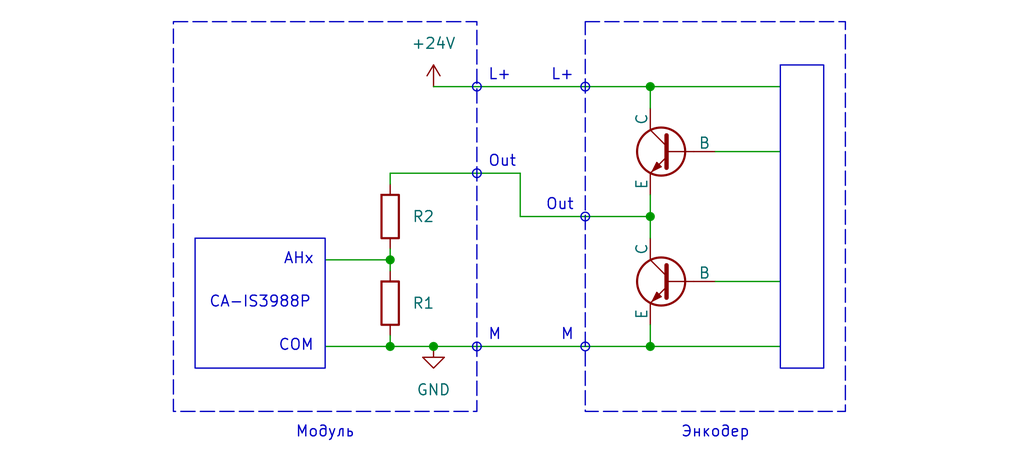
<source format=kicad_sch>
(kicad_sch (version 20250114) (generator "eeschema") (generator_version "9.0")
  (paper "User" 120 55)
  (lib_symbols
    (symbol "Device:R" (pin_numbers (hide yes)) (pin_names (offset 0))
      (property "Reference" "R" (at 2.032 0 90))
      (property "Value" "R" (at 0 0 90))
      (symbol "R_0_1"
        (rectangle (start -1.016 -2.54) (end 1.016 2.54) (stroke (width 0.254)))
      )
      (symbol "R_1_1"
        (pin passive line (at 0 3.81 270) (length 1.27) (name "~") (number "1"))
        (pin passive line (at 0 -3.81 90) (length 1.27) (name "~") (number "2"))
      )
    )
    (symbol "Transistor_BJT:BC107" (pin_numbers (hide yes)) (pin_names (offset 0))
      (property "Reference" "Q" (at 5.08 1.905 0))
      (property "Value" "BC107" (at 5.08 0 0))
      (symbol "BC107_0_1"
        (polyline (pts (xy -2.54 0) (xy 0.635 0)))
        (polyline (pts (xy 0.635 1.905) (xy 0.635 -1.905)) (stroke (width 0.508)))
        (circle (center 1.27 0) (radius 2.8194) (stroke (width 0.254)))
      )
      (symbol "BC107_1_1"
        (polyline (pts (xy 0.635 0.635) (xy 2.54 2.54)))
        (polyline (pts (xy 0.635 -0.635) (xy 2.54 -2.54)))
        (polyline (pts (xy 1.27 -1.778) (xy 1.778 -1.27) (xy 2.286 -2.286) (xy 1.27 -1.778)) (fill (type outline)))
        (pin input line (at -5.08 0 0) (length 2.54) (name "B") (number "2"))
        (pin passive line (at 2.54 5.08 270) (length 2.54) (name "C") (number "3"))
        (pin passive line (at 2.54 -5.08 90) (length 2.54) (name "E") (number "1"))
      )
    )
    (symbol "power:+24V" (power) (pin_numbers (hide yes)) (pin_names (offset 0) (hide yes))
      (property "Value" "+24V" (at 0 3.556 0))
      (symbol "+24V_0_1"
        (polyline (pts (xy -0.762 1.27) (xy 0 2.54)))
        (polyline (pts (xy 0 2.54) (xy 0.762 1.27)))
        (polyline (pts (xy 0 0) (xy 0 2.54)))
      )
      (symbol "+24V_1_1"
        (pin power_in line (at 0 0 90) (length 0) (name "~") (number "1"))
      )
    )
    (symbol "power:GND" (power) (pin_numbers (hide yes)) (pin_names (offset 0) (hide yes))
      (property "Value" "GND" (at 0 -3.81 0))
      (symbol "GND_0_1"
        (polyline (pts (xy 0 0) (xy 0 -1.27) (xy 1.27 -1.27) (xy 0 -2.54) (xy -1.27 -1.27) (xy 0 -1.27)))
      )
      (symbol "GND_1_1"
        (pin power_in line (at 0 0 270) (length 0) (name "~") (number "1"))
      )
    )
  )
  (circle (center 68.58 25.4) (radius 0.508) (fill (type color)))
  (circle (center 68.58 40.64) (radius 0.508) (fill (type color)))
  (circle (center 55.88 20.32) (radius 0.508) (fill (type color)))
  (circle (center 55.88 10.16) (radius 0.508) (fill (type color)))
  (rectangle (start 22.86 27.94) (end 38.1 43.18))
  (circle (center 55.88 40.64) (radius 0.508) (fill (type color)))
  (circle (center 68.58 10.16) (radius 0.508) (fill (type color)))
  (rectangle (start 91.44 7.62) (end 96.52 43.18))
  (rectangle (start 68.58 2.54) (end 99.06 48.26) (stroke (width 0) (type dash)))
  (rectangle (start 20.32 2.54) (end 55.88 48.26) (stroke (width 0) (type dash)))
  (text "AHx" (at 36.83 30.48 0) (effects (font (size 1.27 1.27)) (justify right)))
  (text "Out" (at 57.15 19.05 0) (effects (font (size 1.27 1.27)) (justify left)))
  (text "M" (at 67.31 39.37 0) (effects (font (size 1.27 1.27)) (justify right)))
  (text "Модуль" (at 38.1 50.8 0) (effects (font (size 1.27 1.27))))
  (text "L+" (at 67.31 8.89 0) (effects (font (size 1.27 1.27)) (justify right)))
  (text "CA-IS3988P" (at 30.48 35.56 0) (effects (font (size 1.27 1.27))))
  (text "L+" (at 57.15 8.89 0) (effects (font (size 1.27 1.27)) (justify left)))
  (text "M" (at 57.15 39.37 0) (effects (font (size 1.27 1.27)) (justify left)))
  (text "COM" (at 36.83 40.64 0) (effects (font (size 1.27 1.27)) (justify right)))
  (text "Энкодер" (at 83.82 50.8 0) (effects (font (size 1.27 1.27))))
  (text "Out" (at 67.31 24.13 0) (effects (font (size 1.27 1.27)) (justify right)))
  (junction (at 50.8 40.64))
  (junction (at 45.72 40.64))
  (junction (at 76.2 40.64))
  (junction (at 76.2 10.16))
  (junction (at 45.72 30.48))
  (junction (at 76.2 25.4))
  (wire (pts (xy 83.82 17.78) (xy 91.44 17.78)))
  (wire (pts (xy 38.1 40.64) (xy 45.72 40.64)))
  (wire (pts (xy 60.96 25.4) (xy 76.2 25.4)))
  (wire (pts (xy 45.72 30.48) (xy 45.72 29.21)))
  (wire (pts (xy 60.96 20.32) (xy 60.96 25.4)))
  (wire (pts (xy 76.2 22.86) (xy 76.2 25.4)))
  (wire (pts (xy 76.2 25.4) (xy 76.2 27.94)))
  (wire (pts (xy 50.8 40.64) (xy 76.2 40.64)))
  (wire (pts (xy 45.72 20.32) (xy 60.96 20.32)))
  (wire (pts (xy 45.72 20.32) (xy 45.72 21.59)))
  (wire (pts (xy 38.1 30.48) (xy 45.72 30.48)))
  (wire (pts (xy 76.2 12.7) (xy 76.2 10.16)))
  (wire (pts (xy 76.2 38.1) (xy 76.2 40.64)))
  (wire (pts (xy 45.72 31.75) (xy 45.72 30.48)))
  (wire (pts (xy 76.2 40.64) (xy 91.44 40.64)))
  (wire (pts (xy 45.72 40.64) (xy 50.8 40.64)))
  (wire (pts (xy 45.72 39.37) (xy 45.72 40.64)))
  (wire (pts (xy 50.8 10.16) (xy 76.2 10.16)))
  (wire (pts (xy 76.2 10.16) (xy 91.44 10.16)))
  (wire (pts (xy 83.82 33.02) (xy 91.44 33.02)))
  (symbol (lib_id "Device:R") (at 45.72 25.4 0) (unit 1)
    (property "Reference" "R2" (at 48.26 25.4 0) (effects (justify left)))
    (property "Value" "R" (effects (hide yes)))
    (property "Description" "Resistor" (effects (hide yes)))
  )
  (symbol (lib_id "Transistor_BJT:BC107") (at 78.74 17.78 0) (mirror y) (unit 1)
    (property "Reference" "Q1" (effects (hide yes)))
    (property "Value" "BC107" (effects (hide yes)))
    (property "Footprint" "Package_TO_SOT_THT:TO-18-3" (effects (hide yes)))
    (property "Datasheet" "http://www.b-kainka.de/Daten/Transistor/BC108.pdf" (effects (hide yes)))
    (property "Description" "0.1A Ic, 50V Vce, Low Noise General Purpose NPN Transistor, TO-18" (effects (hide yes)))
  )
  (symbol (lib_id "Device:R") (at 45.72 35.56 0) (unit 1)
    (property "Reference" "R1" (at 48.26 35.5599 0) (effects (justify left)))
    (property "Value" "R" (effects (hide yes)))
    (property "Description" "Resistor" (effects (hide yes)))
  )
  (symbol (lib_id "power:+24V") (at 50.8 10.16 0) (unit 1)
    (property "Reference" "#PWR01" (effects (hide yes)))
    (property "Value" "+24V" (at 50.8 5.08 0))
    (property "Description" "Power symbol creates a global label with name \"+24V\"" (effects (hide yes)))
  )
  (symbol (lib_id "power:GND") (at 50.8 40.64 0) (unit 1)
    (property "Reference" "#PWR02" (effects (hide yes)))
    (property "Value" "GND" (at 50.8 45.72 0))
    (property "Description" "Power symbol creates a global label with name \"GND\" , ground" (effects (hide yes)))
  )
  (symbol (lib_id "Transistor_BJT:BC107") (at 78.74 33.02 0) (mirror y) (unit 1)
    (property "Reference" "Q3" (effects (hide yes)))
    (property "Value" "BC107" (effects (hide yes)))
    (property "Footprint" "Package_TO_SOT_THT:TO-18-3" (effects (hide yes)))
    (property "Datasheet" "http://www.b-kainka.de/Daten/Transistor/BC108.pdf" (effects (hide yes)))
    (property "Description" "0.1A Ic, 50V Vce, Low Noise General Purpose NPN Transistor, TO-18" (effects (hide yes)))
  )
)
</source>
